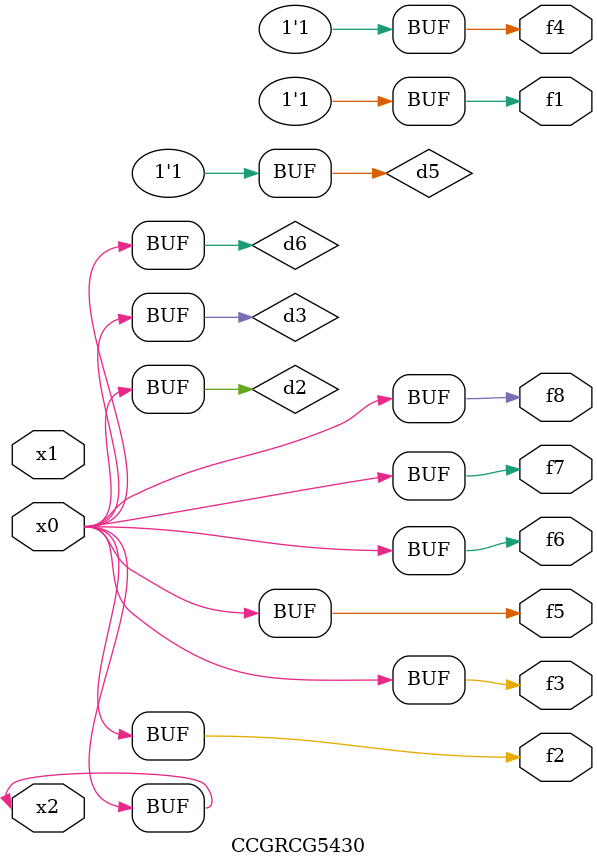
<source format=v>
module CCGRCG5430(
	input x0, x1, x2,
	output f1, f2, f3, f4, f5, f6, f7, f8
);

	wire d1, d2, d3, d4, d5, d6;

	xnor (d1, x2);
	buf (d2, x0, x2);
	and (d3, x0);
	xnor (d4, x1, x2);
	nand (d5, d1, d3);
	buf (d6, d2, d3);
	assign f1 = d5;
	assign f2 = d6;
	assign f3 = d6;
	assign f4 = d5;
	assign f5 = d6;
	assign f6 = d6;
	assign f7 = d6;
	assign f8 = d6;
endmodule

</source>
